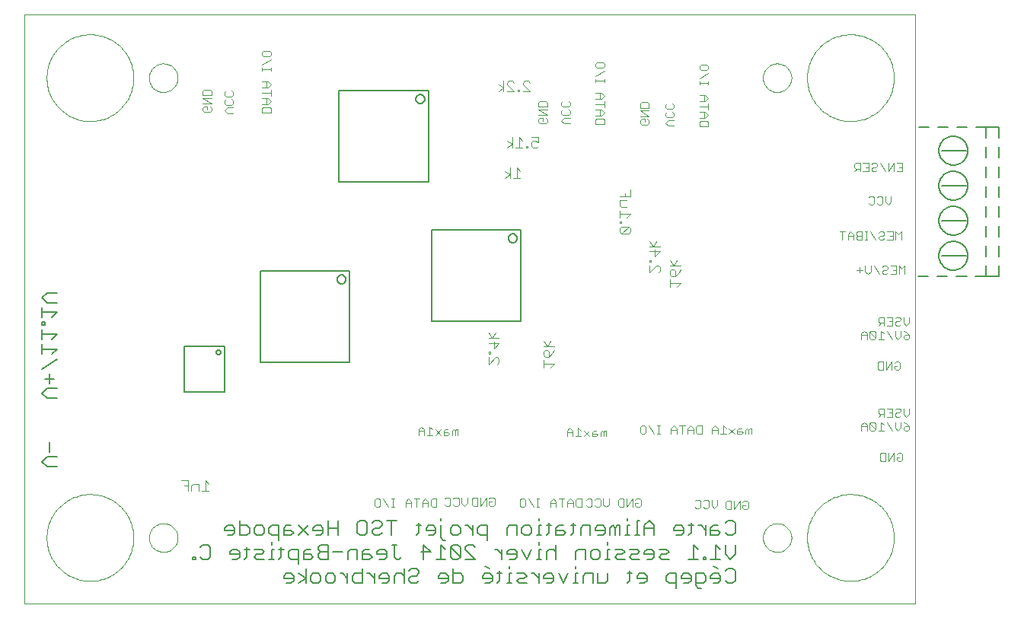
<source format=gbo>
G75*
%MOIN*%
%OFA0B0*%
%FSLAX24Y24*%
%IPPOS*%
%LPD*%
%AMOC8*
5,1,8,0,0,1.08239X$1,22.5*
%
%ADD10C,0.0000*%
%ADD11C,0.0060*%
%ADD12C,0.0030*%
%ADD13C,0.0050*%
%ADD14C,0.0040*%
D10*
X002180Y002680D02*
X002180Y028460D01*
X041180Y028460D01*
X041180Y002680D01*
X002180Y002680D01*
X003155Y005555D02*
X003157Y005642D01*
X003163Y005729D01*
X003173Y005816D01*
X003187Y005902D01*
X003205Y005987D01*
X003226Y006071D01*
X003252Y006155D01*
X003281Y006237D01*
X003315Y006317D01*
X003351Y006396D01*
X003392Y006473D01*
X003436Y006549D01*
X003483Y006622D01*
X003533Y006693D01*
X003587Y006761D01*
X003644Y006827D01*
X003704Y006891D01*
X003766Y006951D01*
X003832Y007009D01*
X003900Y007063D01*
X003970Y007115D01*
X004043Y007163D01*
X004118Y007208D01*
X004194Y007249D01*
X004273Y007287D01*
X004353Y007321D01*
X004435Y007351D01*
X004518Y007377D01*
X004602Y007400D01*
X004687Y007419D01*
X004773Y007434D01*
X004859Y007445D01*
X004946Y007452D01*
X005033Y007455D01*
X005120Y007454D01*
X005207Y007449D01*
X005294Y007440D01*
X005380Y007427D01*
X005466Y007410D01*
X005550Y007389D01*
X005634Y007365D01*
X005716Y007336D01*
X005797Y007304D01*
X005877Y007268D01*
X005954Y007229D01*
X006030Y007186D01*
X006104Y007139D01*
X006175Y007090D01*
X006244Y007037D01*
X006311Y006980D01*
X006375Y006921D01*
X006436Y006859D01*
X006495Y006795D01*
X006550Y006727D01*
X006602Y006658D01*
X006651Y006586D01*
X006697Y006511D01*
X006739Y006435D01*
X006777Y006357D01*
X006812Y006277D01*
X006844Y006196D01*
X006871Y006113D01*
X006895Y006029D01*
X006915Y005944D01*
X006931Y005859D01*
X006943Y005772D01*
X006951Y005686D01*
X006955Y005599D01*
X006955Y005511D01*
X006951Y005424D01*
X006943Y005338D01*
X006931Y005251D01*
X006915Y005166D01*
X006895Y005081D01*
X006871Y004997D01*
X006844Y004914D01*
X006812Y004833D01*
X006777Y004753D01*
X006739Y004675D01*
X006697Y004599D01*
X006651Y004524D01*
X006602Y004452D01*
X006550Y004383D01*
X006495Y004315D01*
X006436Y004251D01*
X006375Y004189D01*
X006311Y004130D01*
X006244Y004073D01*
X006175Y004020D01*
X006104Y003971D01*
X006030Y003924D01*
X005954Y003881D01*
X005877Y003842D01*
X005797Y003806D01*
X005716Y003774D01*
X005634Y003745D01*
X005550Y003721D01*
X005466Y003700D01*
X005380Y003683D01*
X005294Y003670D01*
X005207Y003661D01*
X005120Y003656D01*
X005033Y003655D01*
X004946Y003658D01*
X004859Y003665D01*
X004773Y003676D01*
X004687Y003691D01*
X004602Y003710D01*
X004518Y003733D01*
X004435Y003759D01*
X004353Y003789D01*
X004273Y003823D01*
X004194Y003861D01*
X004118Y003902D01*
X004043Y003947D01*
X003970Y003995D01*
X003900Y004047D01*
X003832Y004101D01*
X003766Y004159D01*
X003704Y004219D01*
X003644Y004283D01*
X003587Y004349D01*
X003533Y004417D01*
X003483Y004488D01*
X003436Y004561D01*
X003392Y004637D01*
X003351Y004714D01*
X003315Y004793D01*
X003281Y004873D01*
X003252Y004955D01*
X003226Y005039D01*
X003205Y005123D01*
X003187Y005208D01*
X003173Y005294D01*
X003163Y005381D01*
X003157Y005468D01*
X003155Y005555D01*
X007640Y005555D02*
X007642Y005605D01*
X007648Y005654D01*
X007658Y005703D01*
X007671Y005750D01*
X007689Y005797D01*
X007710Y005842D01*
X007734Y005885D01*
X007762Y005926D01*
X007793Y005965D01*
X007827Y006001D01*
X007864Y006035D01*
X007904Y006065D01*
X007945Y006092D01*
X007989Y006116D01*
X008034Y006136D01*
X008081Y006152D01*
X008129Y006165D01*
X008178Y006174D01*
X008228Y006179D01*
X008277Y006180D01*
X008327Y006177D01*
X008376Y006170D01*
X008425Y006159D01*
X008472Y006145D01*
X008518Y006126D01*
X008563Y006104D01*
X008606Y006079D01*
X008646Y006050D01*
X008684Y006018D01*
X008720Y005984D01*
X008753Y005946D01*
X008782Y005906D01*
X008808Y005864D01*
X008831Y005820D01*
X008850Y005774D01*
X008866Y005727D01*
X008878Y005678D01*
X008886Y005629D01*
X008890Y005580D01*
X008890Y005530D01*
X008886Y005481D01*
X008878Y005432D01*
X008866Y005383D01*
X008850Y005336D01*
X008831Y005290D01*
X008808Y005246D01*
X008782Y005204D01*
X008753Y005164D01*
X008720Y005126D01*
X008684Y005092D01*
X008646Y005060D01*
X008606Y005031D01*
X008563Y005006D01*
X008518Y004984D01*
X008472Y004965D01*
X008425Y004951D01*
X008376Y004940D01*
X008327Y004933D01*
X008277Y004930D01*
X008228Y004931D01*
X008178Y004936D01*
X008129Y004945D01*
X008081Y004958D01*
X008034Y004974D01*
X007989Y004994D01*
X007945Y005018D01*
X007904Y005045D01*
X007864Y005075D01*
X007827Y005109D01*
X007793Y005145D01*
X007762Y005184D01*
X007734Y005225D01*
X007710Y005268D01*
X007689Y005313D01*
X007671Y005360D01*
X007658Y005407D01*
X007648Y005456D01*
X007642Y005505D01*
X007640Y005555D01*
X034515Y005555D02*
X034517Y005605D01*
X034523Y005654D01*
X034533Y005703D01*
X034546Y005750D01*
X034564Y005797D01*
X034585Y005842D01*
X034609Y005885D01*
X034637Y005926D01*
X034668Y005965D01*
X034702Y006001D01*
X034739Y006035D01*
X034779Y006065D01*
X034820Y006092D01*
X034864Y006116D01*
X034909Y006136D01*
X034956Y006152D01*
X035004Y006165D01*
X035053Y006174D01*
X035103Y006179D01*
X035152Y006180D01*
X035202Y006177D01*
X035251Y006170D01*
X035300Y006159D01*
X035347Y006145D01*
X035393Y006126D01*
X035438Y006104D01*
X035481Y006079D01*
X035521Y006050D01*
X035559Y006018D01*
X035595Y005984D01*
X035628Y005946D01*
X035657Y005906D01*
X035683Y005864D01*
X035706Y005820D01*
X035725Y005774D01*
X035741Y005727D01*
X035753Y005678D01*
X035761Y005629D01*
X035765Y005580D01*
X035765Y005530D01*
X035761Y005481D01*
X035753Y005432D01*
X035741Y005383D01*
X035725Y005336D01*
X035706Y005290D01*
X035683Y005246D01*
X035657Y005204D01*
X035628Y005164D01*
X035595Y005126D01*
X035559Y005092D01*
X035521Y005060D01*
X035481Y005031D01*
X035438Y005006D01*
X035393Y004984D01*
X035347Y004965D01*
X035300Y004951D01*
X035251Y004940D01*
X035202Y004933D01*
X035152Y004930D01*
X035103Y004931D01*
X035053Y004936D01*
X035004Y004945D01*
X034956Y004958D01*
X034909Y004974D01*
X034864Y004994D01*
X034820Y005018D01*
X034779Y005045D01*
X034739Y005075D01*
X034702Y005109D01*
X034668Y005145D01*
X034637Y005184D01*
X034609Y005225D01*
X034585Y005268D01*
X034564Y005313D01*
X034546Y005360D01*
X034533Y005407D01*
X034523Y005456D01*
X034517Y005505D01*
X034515Y005555D01*
X036450Y005555D02*
X036452Y005642D01*
X036458Y005729D01*
X036468Y005816D01*
X036482Y005902D01*
X036500Y005987D01*
X036521Y006071D01*
X036547Y006155D01*
X036576Y006237D01*
X036610Y006317D01*
X036646Y006396D01*
X036687Y006473D01*
X036731Y006549D01*
X036778Y006622D01*
X036828Y006693D01*
X036882Y006761D01*
X036939Y006827D01*
X036999Y006891D01*
X037061Y006951D01*
X037127Y007009D01*
X037195Y007063D01*
X037265Y007115D01*
X037338Y007163D01*
X037413Y007208D01*
X037489Y007249D01*
X037568Y007287D01*
X037648Y007321D01*
X037730Y007351D01*
X037813Y007377D01*
X037897Y007400D01*
X037982Y007419D01*
X038068Y007434D01*
X038154Y007445D01*
X038241Y007452D01*
X038328Y007455D01*
X038415Y007454D01*
X038502Y007449D01*
X038589Y007440D01*
X038675Y007427D01*
X038761Y007410D01*
X038845Y007389D01*
X038929Y007365D01*
X039011Y007336D01*
X039092Y007304D01*
X039172Y007268D01*
X039249Y007229D01*
X039325Y007186D01*
X039399Y007139D01*
X039470Y007090D01*
X039539Y007037D01*
X039606Y006980D01*
X039670Y006921D01*
X039731Y006859D01*
X039790Y006795D01*
X039845Y006727D01*
X039897Y006658D01*
X039946Y006586D01*
X039992Y006511D01*
X040034Y006435D01*
X040072Y006357D01*
X040107Y006277D01*
X040139Y006196D01*
X040166Y006113D01*
X040190Y006029D01*
X040210Y005944D01*
X040226Y005859D01*
X040238Y005772D01*
X040246Y005686D01*
X040250Y005599D01*
X040250Y005511D01*
X040246Y005424D01*
X040238Y005338D01*
X040226Y005251D01*
X040210Y005166D01*
X040190Y005081D01*
X040166Y004997D01*
X040139Y004914D01*
X040107Y004833D01*
X040072Y004753D01*
X040034Y004675D01*
X039992Y004599D01*
X039946Y004524D01*
X039897Y004452D01*
X039845Y004383D01*
X039790Y004315D01*
X039731Y004251D01*
X039670Y004189D01*
X039606Y004130D01*
X039539Y004073D01*
X039470Y004020D01*
X039399Y003971D01*
X039325Y003924D01*
X039249Y003881D01*
X039172Y003842D01*
X039092Y003806D01*
X039011Y003774D01*
X038929Y003745D01*
X038845Y003721D01*
X038761Y003700D01*
X038675Y003683D01*
X038589Y003670D01*
X038502Y003661D01*
X038415Y003656D01*
X038328Y003655D01*
X038241Y003658D01*
X038154Y003665D01*
X038068Y003676D01*
X037982Y003691D01*
X037897Y003710D01*
X037813Y003733D01*
X037730Y003759D01*
X037648Y003789D01*
X037568Y003823D01*
X037489Y003861D01*
X037413Y003902D01*
X037338Y003947D01*
X037265Y003995D01*
X037195Y004047D01*
X037127Y004101D01*
X037061Y004159D01*
X036999Y004219D01*
X036939Y004283D01*
X036882Y004349D01*
X036828Y004417D01*
X036778Y004488D01*
X036731Y004561D01*
X036687Y004637D01*
X036646Y004714D01*
X036610Y004793D01*
X036576Y004873D01*
X036547Y004955D01*
X036521Y005039D01*
X036500Y005123D01*
X036482Y005208D01*
X036468Y005294D01*
X036458Y005381D01*
X036452Y005468D01*
X036450Y005555D01*
X034515Y025695D02*
X034517Y025745D01*
X034523Y025794D01*
X034533Y025843D01*
X034546Y025890D01*
X034564Y025937D01*
X034585Y025982D01*
X034609Y026025D01*
X034637Y026066D01*
X034668Y026105D01*
X034702Y026141D01*
X034739Y026175D01*
X034779Y026205D01*
X034820Y026232D01*
X034864Y026256D01*
X034909Y026276D01*
X034956Y026292D01*
X035004Y026305D01*
X035053Y026314D01*
X035103Y026319D01*
X035152Y026320D01*
X035202Y026317D01*
X035251Y026310D01*
X035300Y026299D01*
X035347Y026285D01*
X035393Y026266D01*
X035438Y026244D01*
X035481Y026219D01*
X035521Y026190D01*
X035559Y026158D01*
X035595Y026124D01*
X035628Y026086D01*
X035657Y026046D01*
X035683Y026004D01*
X035706Y025960D01*
X035725Y025914D01*
X035741Y025867D01*
X035753Y025818D01*
X035761Y025769D01*
X035765Y025720D01*
X035765Y025670D01*
X035761Y025621D01*
X035753Y025572D01*
X035741Y025523D01*
X035725Y025476D01*
X035706Y025430D01*
X035683Y025386D01*
X035657Y025344D01*
X035628Y025304D01*
X035595Y025266D01*
X035559Y025232D01*
X035521Y025200D01*
X035481Y025171D01*
X035438Y025146D01*
X035393Y025124D01*
X035347Y025105D01*
X035300Y025091D01*
X035251Y025080D01*
X035202Y025073D01*
X035152Y025070D01*
X035103Y025071D01*
X035053Y025076D01*
X035004Y025085D01*
X034956Y025098D01*
X034909Y025114D01*
X034864Y025134D01*
X034820Y025158D01*
X034779Y025185D01*
X034739Y025215D01*
X034702Y025249D01*
X034668Y025285D01*
X034637Y025324D01*
X034609Y025365D01*
X034585Y025408D01*
X034564Y025453D01*
X034546Y025500D01*
X034533Y025547D01*
X034523Y025596D01*
X034517Y025645D01*
X034515Y025695D01*
X036450Y025695D02*
X036452Y025782D01*
X036458Y025869D01*
X036468Y025956D01*
X036482Y026042D01*
X036500Y026127D01*
X036521Y026211D01*
X036547Y026295D01*
X036576Y026377D01*
X036610Y026457D01*
X036646Y026536D01*
X036687Y026613D01*
X036731Y026689D01*
X036778Y026762D01*
X036828Y026833D01*
X036882Y026901D01*
X036939Y026967D01*
X036999Y027031D01*
X037061Y027091D01*
X037127Y027149D01*
X037195Y027203D01*
X037265Y027255D01*
X037338Y027303D01*
X037413Y027348D01*
X037489Y027389D01*
X037568Y027427D01*
X037648Y027461D01*
X037730Y027491D01*
X037813Y027517D01*
X037897Y027540D01*
X037982Y027559D01*
X038068Y027574D01*
X038154Y027585D01*
X038241Y027592D01*
X038328Y027595D01*
X038415Y027594D01*
X038502Y027589D01*
X038589Y027580D01*
X038675Y027567D01*
X038761Y027550D01*
X038845Y027529D01*
X038929Y027505D01*
X039011Y027476D01*
X039092Y027444D01*
X039172Y027408D01*
X039249Y027369D01*
X039325Y027326D01*
X039399Y027279D01*
X039470Y027230D01*
X039539Y027177D01*
X039606Y027120D01*
X039670Y027061D01*
X039731Y026999D01*
X039790Y026935D01*
X039845Y026867D01*
X039897Y026798D01*
X039946Y026726D01*
X039992Y026651D01*
X040034Y026575D01*
X040072Y026497D01*
X040107Y026417D01*
X040139Y026336D01*
X040166Y026253D01*
X040190Y026169D01*
X040210Y026084D01*
X040226Y025999D01*
X040238Y025912D01*
X040246Y025826D01*
X040250Y025739D01*
X040250Y025651D01*
X040246Y025564D01*
X040238Y025478D01*
X040226Y025391D01*
X040210Y025306D01*
X040190Y025221D01*
X040166Y025137D01*
X040139Y025054D01*
X040107Y024973D01*
X040072Y024893D01*
X040034Y024815D01*
X039992Y024739D01*
X039946Y024664D01*
X039897Y024592D01*
X039845Y024523D01*
X039790Y024455D01*
X039731Y024391D01*
X039670Y024329D01*
X039606Y024270D01*
X039539Y024213D01*
X039470Y024160D01*
X039399Y024111D01*
X039325Y024064D01*
X039249Y024021D01*
X039172Y023982D01*
X039092Y023946D01*
X039011Y023914D01*
X038929Y023885D01*
X038845Y023861D01*
X038761Y023840D01*
X038675Y023823D01*
X038589Y023810D01*
X038502Y023801D01*
X038415Y023796D01*
X038328Y023795D01*
X038241Y023798D01*
X038154Y023805D01*
X038068Y023816D01*
X037982Y023831D01*
X037897Y023850D01*
X037813Y023873D01*
X037730Y023899D01*
X037648Y023929D01*
X037568Y023963D01*
X037489Y024001D01*
X037413Y024042D01*
X037338Y024087D01*
X037265Y024135D01*
X037195Y024187D01*
X037127Y024241D01*
X037061Y024299D01*
X036999Y024359D01*
X036939Y024423D01*
X036882Y024489D01*
X036828Y024557D01*
X036778Y024628D01*
X036731Y024701D01*
X036687Y024777D01*
X036646Y024854D01*
X036610Y024933D01*
X036576Y025013D01*
X036547Y025095D01*
X036521Y025179D01*
X036500Y025263D01*
X036482Y025348D01*
X036468Y025434D01*
X036458Y025521D01*
X036452Y025608D01*
X036450Y025695D01*
X007640Y025695D02*
X007642Y025745D01*
X007648Y025794D01*
X007658Y025843D01*
X007671Y025890D01*
X007689Y025937D01*
X007710Y025982D01*
X007734Y026025D01*
X007762Y026066D01*
X007793Y026105D01*
X007827Y026141D01*
X007864Y026175D01*
X007904Y026205D01*
X007945Y026232D01*
X007989Y026256D01*
X008034Y026276D01*
X008081Y026292D01*
X008129Y026305D01*
X008178Y026314D01*
X008228Y026319D01*
X008277Y026320D01*
X008327Y026317D01*
X008376Y026310D01*
X008425Y026299D01*
X008472Y026285D01*
X008518Y026266D01*
X008563Y026244D01*
X008606Y026219D01*
X008646Y026190D01*
X008684Y026158D01*
X008720Y026124D01*
X008753Y026086D01*
X008782Y026046D01*
X008808Y026004D01*
X008831Y025960D01*
X008850Y025914D01*
X008866Y025867D01*
X008878Y025818D01*
X008886Y025769D01*
X008890Y025720D01*
X008890Y025670D01*
X008886Y025621D01*
X008878Y025572D01*
X008866Y025523D01*
X008850Y025476D01*
X008831Y025430D01*
X008808Y025386D01*
X008782Y025344D01*
X008753Y025304D01*
X008720Y025266D01*
X008684Y025232D01*
X008646Y025200D01*
X008606Y025171D01*
X008563Y025146D01*
X008518Y025124D01*
X008472Y025105D01*
X008425Y025091D01*
X008376Y025080D01*
X008327Y025073D01*
X008277Y025070D01*
X008228Y025071D01*
X008178Y025076D01*
X008129Y025085D01*
X008081Y025098D01*
X008034Y025114D01*
X007989Y025134D01*
X007945Y025158D01*
X007904Y025185D01*
X007864Y025215D01*
X007827Y025249D01*
X007793Y025285D01*
X007762Y025324D01*
X007734Y025365D01*
X007710Y025408D01*
X007689Y025453D01*
X007671Y025500D01*
X007658Y025547D01*
X007648Y025596D01*
X007642Y025645D01*
X007640Y025695D01*
X003155Y025695D02*
X003157Y025782D01*
X003163Y025869D01*
X003173Y025956D01*
X003187Y026042D01*
X003205Y026127D01*
X003226Y026211D01*
X003252Y026295D01*
X003281Y026377D01*
X003315Y026457D01*
X003351Y026536D01*
X003392Y026613D01*
X003436Y026689D01*
X003483Y026762D01*
X003533Y026833D01*
X003587Y026901D01*
X003644Y026967D01*
X003704Y027031D01*
X003766Y027091D01*
X003832Y027149D01*
X003900Y027203D01*
X003970Y027255D01*
X004043Y027303D01*
X004118Y027348D01*
X004194Y027389D01*
X004273Y027427D01*
X004353Y027461D01*
X004435Y027491D01*
X004518Y027517D01*
X004602Y027540D01*
X004687Y027559D01*
X004773Y027574D01*
X004859Y027585D01*
X004946Y027592D01*
X005033Y027595D01*
X005120Y027594D01*
X005207Y027589D01*
X005294Y027580D01*
X005380Y027567D01*
X005466Y027550D01*
X005550Y027529D01*
X005634Y027505D01*
X005716Y027476D01*
X005797Y027444D01*
X005877Y027408D01*
X005954Y027369D01*
X006030Y027326D01*
X006104Y027279D01*
X006175Y027230D01*
X006244Y027177D01*
X006311Y027120D01*
X006375Y027061D01*
X006436Y026999D01*
X006495Y026935D01*
X006550Y026867D01*
X006602Y026798D01*
X006651Y026726D01*
X006697Y026651D01*
X006739Y026575D01*
X006777Y026497D01*
X006812Y026417D01*
X006844Y026336D01*
X006871Y026253D01*
X006895Y026169D01*
X006915Y026084D01*
X006931Y025999D01*
X006943Y025912D01*
X006951Y025826D01*
X006955Y025739D01*
X006955Y025651D01*
X006951Y025564D01*
X006943Y025478D01*
X006931Y025391D01*
X006915Y025306D01*
X006895Y025221D01*
X006871Y025137D01*
X006844Y025054D01*
X006812Y024973D01*
X006777Y024893D01*
X006739Y024815D01*
X006697Y024739D01*
X006651Y024664D01*
X006602Y024592D01*
X006550Y024523D01*
X006495Y024455D01*
X006436Y024391D01*
X006375Y024329D01*
X006311Y024270D01*
X006244Y024213D01*
X006175Y024160D01*
X006104Y024111D01*
X006030Y024064D01*
X005954Y024021D01*
X005877Y023982D01*
X005797Y023946D01*
X005716Y023914D01*
X005634Y023885D01*
X005550Y023861D01*
X005466Y023840D01*
X005380Y023823D01*
X005294Y023810D01*
X005207Y023801D01*
X005120Y023796D01*
X005033Y023795D01*
X004946Y023798D01*
X004859Y023805D01*
X004773Y023816D01*
X004687Y023831D01*
X004602Y023850D01*
X004518Y023873D01*
X004435Y023899D01*
X004353Y023929D01*
X004273Y023963D01*
X004194Y024001D01*
X004118Y024042D01*
X004043Y024087D01*
X003970Y024135D01*
X003900Y024187D01*
X003832Y024241D01*
X003766Y024299D01*
X003704Y024359D01*
X003644Y024423D01*
X003587Y024489D01*
X003533Y024557D01*
X003483Y024628D01*
X003436Y024701D01*
X003392Y024777D01*
X003351Y024854D01*
X003315Y024933D01*
X003281Y025013D01*
X003252Y025095D01*
X003226Y025179D01*
X003205Y025263D01*
X003187Y025348D01*
X003173Y025434D01*
X003163Y025521D01*
X003157Y025608D01*
X003155Y025695D01*
D11*
X003174Y016277D02*
X002960Y016063D01*
X003174Y015850D01*
X003601Y015850D01*
X003601Y016277D02*
X003174Y016277D01*
X002960Y015632D02*
X002960Y015205D01*
X002960Y015419D02*
X003601Y015419D01*
X003387Y015205D01*
X003067Y014990D02*
X002960Y014990D01*
X002960Y014883D01*
X003067Y014883D01*
X003067Y014990D01*
X002960Y014665D02*
X002960Y014238D01*
X002960Y014452D02*
X003601Y014452D01*
X003387Y014238D01*
X002960Y014021D02*
X002960Y013594D01*
X002960Y013807D02*
X003601Y013807D01*
X003387Y013594D01*
X003601Y013376D02*
X002960Y012949D01*
X003280Y012732D02*
X003280Y012305D01*
X003174Y012087D02*
X003601Y012087D01*
X003601Y011660D02*
X003174Y011660D01*
X002960Y011874D01*
X003174Y012087D01*
X003067Y012518D02*
X003494Y012518D01*
X003280Y009732D02*
X003280Y009305D01*
X003174Y009087D02*
X002960Y008874D01*
X003174Y008660D01*
X003601Y008660D01*
X003601Y009087D02*
X003174Y009087D01*
X009560Y004717D02*
X009560Y004610D01*
X009667Y004610D01*
X009667Y004717D01*
X009560Y004717D01*
X009884Y004717D02*
X009991Y004610D01*
X010204Y004610D01*
X010311Y004717D01*
X010311Y005144D01*
X010204Y005251D01*
X009991Y005251D01*
X009884Y005144D01*
X011065Y005660D02*
X011279Y005660D01*
X011385Y005767D01*
X011385Y005980D01*
X011279Y006087D01*
X011065Y006087D01*
X010958Y005980D01*
X010958Y005874D01*
X011385Y005874D01*
X011603Y006087D02*
X011923Y006087D01*
X012030Y005980D01*
X012030Y005767D01*
X011923Y005660D01*
X011603Y005660D01*
X011603Y006301D01*
X012247Y005980D02*
X012247Y005767D01*
X012354Y005660D01*
X012568Y005660D01*
X012674Y005767D01*
X012674Y005980D01*
X012568Y006087D01*
X012354Y006087D01*
X012247Y005980D01*
X012892Y005980D02*
X012892Y005767D01*
X012999Y005660D01*
X013319Y005660D01*
X013319Y005446D02*
X013319Y006087D01*
X012999Y006087D01*
X012892Y005980D01*
X012997Y005357D02*
X012997Y005251D01*
X012997Y005037D02*
X012997Y004610D01*
X012891Y004610D02*
X013104Y004610D01*
X013320Y004610D02*
X013427Y004717D01*
X013427Y005144D01*
X013534Y005037D02*
X013320Y005037D01*
X013104Y005037D02*
X012997Y005037D01*
X012674Y004930D02*
X012568Y004824D01*
X012354Y004824D01*
X012247Y004717D01*
X012354Y004610D01*
X012674Y004610D01*
X012674Y004930D02*
X012568Y005037D01*
X012247Y005037D01*
X012030Y005037D02*
X011816Y005037D01*
X011923Y005144D02*
X011923Y004717D01*
X011816Y004610D01*
X011600Y004717D02*
X011600Y004930D01*
X011493Y005037D01*
X011280Y005037D01*
X011173Y004930D01*
X011173Y004824D01*
X011600Y004824D01*
X011600Y004717D02*
X011493Y004610D01*
X011280Y004610D01*
X013536Y003880D02*
X013536Y003774D01*
X013964Y003774D01*
X013964Y003880D02*
X013857Y003987D01*
X013643Y003987D01*
X013536Y003880D01*
X013643Y003560D02*
X013857Y003560D01*
X013964Y003667D01*
X013964Y003880D01*
X014180Y003987D02*
X014501Y003774D01*
X014180Y003560D01*
X014501Y003560D02*
X014501Y004201D01*
X014178Y004396D02*
X014178Y005037D01*
X013858Y005037D01*
X013751Y004930D01*
X013751Y004717D01*
X013858Y004610D01*
X014178Y004610D01*
X014396Y004610D02*
X014396Y004930D01*
X014503Y005037D01*
X014716Y005037D01*
X014716Y004824D02*
X014396Y004824D01*
X014396Y004610D02*
X014716Y004610D01*
X014823Y004717D01*
X014716Y004824D01*
X015040Y004824D02*
X015040Y004717D01*
X015147Y004610D01*
X015467Y004610D01*
X015467Y005251D01*
X015147Y005251D01*
X015040Y005144D01*
X015040Y005037D01*
X015147Y004930D01*
X015467Y004930D01*
X015685Y004930D02*
X016112Y004930D01*
X016330Y004930D02*
X016330Y004610D01*
X016330Y004930D02*
X016436Y005037D01*
X016757Y005037D01*
X016757Y004610D01*
X016974Y004610D02*
X017294Y004610D01*
X017401Y004717D01*
X017294Y004824D01*
X016974Y004824D01*
X016974Y004930D02*
X016974Y004610D01*
X016974Y004930D02*
X017081Y005037D01*
X017294Y005037D01*
X017619Y004930D02*
X017619Y004824D01*
X018046Y004824D01*
X018046Y004930D02*
X017939Y005037D01*
X017725Y005037D01*
X017619Y004930D01*
X017725Y004610D02*
X017939Y004610D01*
X018046Y004717D01*
X018046Y004930D01*
X018263Y005251D02*
X018477Y005251D01*
X018370Y005251D02*
X018370Y004717D01*
X018477Y004610D01*
X018583Y004610D01*
X018690Y004717D01*
X018798Y004201D02*
X018798Y003560D01*
X019015Y003667D02*
X019015Y003774D01*
X019122Y003880D01*
X019335Y003880D01*
X019442Y003987D01*
X019442Y004094D01*
X019335Y004201D01*
X019122Y004201D01*
X019015Y004094D01*
X018798Y003880D02*
X018691Y003987D01*
X018477Y003987D01*
X018371Y003880D01*
X018371Y003560D01*
X018153Y003667D02*
X018153Y003880D01*
X018046Y003987D01*
X017833Y003987D01*
X017726Y003880D01*
X017726Y003774D01*
X018153Y003774D01*
X018153Y003667D02*
X018046Y003560D01*
X017833Y003560D01*
X017509Y003560D02*
X017509Y003987D01*
X017509Y003774D02*
X017295Y003987D01*
X017188Y003987D01*
X016971Y003987D02*
X016651Y003987D01*
X016544Y003880D01*
X016544Y003667D01*
X016651Y003560D01*
X016971Y003560D01*
X016971Y004201D01*
X016327Y003987D02*
X016327Y003560D01*
X016327Y003774D02*
X016113Y003987D01*
X016007Y003987D01*
X015790Y003880D02*
X015790Y003667D01*
X015683Y003560D01*
X015469Y003560D01*
X015363Y003667D01*
X015363Y003880D01*
X015469Y003987D01*
X015683Y003987D01*
X015790Y003880D01*
X015145Y003880D02*
X015145Y003667D01*
X015038Y003560D01*
X014825Y003560D01*
X014718Y003667D01*
X014718Y003880D01*
X014825Y003987D01*
X015038Y003987D01*
X015145Y003880D01*
X015040Y004824D02*
X015147Y004930D01*
X015146Y005660D02*
X015253Y005767D01*
X015253Y005980D01*
X015146Y006087D01*
X014932Y006087D01*
X014826Y005980D01*
X014826Y005874D01*
X015253Y005874D01*
X015146Y005660D02*
X014932Y005660D01*
X014608Y005660D02*
X014181Y006087D01*
X013857Y006087D02*
X013643Y006087D01*
X013536Y005980D01*
X013536Y005660D01*
X013857Y005660D01*
X013964Y005767D01*
X013857Y005874D01*
X013536Y005874D01*
X014181Y005660D02*
X014608Y006087D01*
X015470Y005980D02*
X015897Y005980D01*
X015897Y005660D02*
X015897Y006301D01*
X015470Y006301D02*
X015470Y005660D01*
X016759Y005767D02*
X016759Y006194D01*
X016866Y006301D01*
X017080Y006301D01*
X017186Y006194D01*
X017186Y005767D01*
X017080Y005660D01*
X016866Y005660D01*
X016759Y005767D01*
X017404Y005767D02*
X017511Y005660D01*
X017724Y005660D01*
X017831Y005767D01*
X017724Y005980D02*
X017511Y005980D01*
X017404Y005874D01*
X017404Y005767D01*
X017724Y005980D02*
X017831Y006087D01*
X017831Y006194D01*
X017724Y006301D01*
X017511Y006301D01*
X017404Y006194D01*
X018048Y006301D02*
X018475Y006301D01*
X018262Y006301D02*
X018262Y005660D01*
X019336Y005660D02*
X019443Y005767D01*
X019443Y006194D01*
X019550Y006087D02*
X019336Y006087D01*
X019767Y005980D02*
X019767Y005874D01*
X020194Y005874D01*
X020194Y005980D02*
X020194Y005767D01*
X020087Y005660D01*
X019874Y005660D01*
X019767Y005980D02*
X019874Y006087D01*
X020087Y006087D01*
X020194Y005980D01*
X020410Y006087D02*
X020410Y005553D01*
X020517Y005446D01*
X020624Y005446D01*
X020410Y005251D02*
X020410Y004610D01*
X020197Y004610D02*
X020624Y004610D01*
X020841Y004717D02*
X020948Y004610D01*
X021162Y004610D01*
X021268Y004717D01*
X020841Y005144D01*
X020841Y004717D01*
X020624Y005037D02*
X020410Y005251D01*
X020841Y005144D02*
X020948Y005251D01*
X021162Y005251D01*
X021268Y005144D01*
X021268Y004717D01*
X021486Y004610D02*
X021913Y004610D01*
X021486Y005037D01*
X021486Y005144D01*
X021593Y005251D01*
X021806Y005251D01*
X021913Y005144D01*
X022450Y005446D02*
X022450Y006087D01*
X022130Y006087D01*
X022023Y005980D01*
X022023Y005767D01*
X022130Y005660D01*
X022450Y005660D01*
X021806Y005660D02*
X021806Y006087D01*
X021806Y005874D02*
X021592Y006087D01*
X021485Y006087D01*
X021268Y005980D02*
X021268Y005767D01*
X021162Y005660D01*
X020948Y005660D01*
X020841Y005767D01*
X020841Y005980D01*
X020948Y006087D01*
X021162Y006087D01*
X021268Y005980D01*
X020410Y006301D02*
X020410Y006407D01*
X019659Y005251D02*
X019979Y004930D01*
X019552Y004930D01*
X019659Y004610D02*
X019659Y005251D01*
X020949Y004201D02*
X020949Y003560D01*
X021269Y003560D01*
X021376Y003667D01*
X021376Y003880D01*
X021269Y003987D01*
X020949Y003987D01*
X020731Y003880D02*
X020625Y003987D01*
X020411Y003987D01*
X020304Y003880D01*
X020304Y003774D01*
X020731Y003774D01*
X020731Y003880D02*
X020731Y003667D01*
X020625Y003560D01*
X020411Y003560D01*
X019442Y003667D02*
X019335Y003560D01*
X019122Y003560D01*
X019015Y003667D01*
X022238Y003774D02*
X022665Y003774D01*
X022665Y003880D02*
X022558Y003987D01*
X022345Y003987D01*
X022238Y003880D01*
X022238Y003774D01*
X022345Y003560D02*
X022558Y003560D01*
X022665Y003667D01*
X022665Y003880D01*
X022881Y003987D02*
X023095Y003987D01*
X022988Y004094D02*
X022988Y003667D01*
X022881Y003560D01*
X023311Y003560D02*
X023524Y003560D01*
X023418Y003560D02*
X023418Y003987D01*
X023524Y003987D01*
X023742Y003987D02*
X024062Y003987D01*
X024169Y003880D01*
X024062Y003774D01*
X023849Y003774D01*
X023742Y003667D01*
X023849Y003560D01*
X024169Y003560D01*
X024386Y003987D02*
X024492Y003987D01*
X024706Y003774D01*
X024706Y003987D02*
X024706Y003560D01*
X024924Y003774D02*
X025351Y003774D01*
X025351Y003880D02*
X025244Y003987D01*
X025030Y003987D01*
X024924Y003880D01*
X024924Y003774D01*
X025030Y003560D02*
X025244Y003560D01*
X025351Y003667D01*
X025351Y003880D01*
X025568Y003987D02*
X025782Y003560D01*
X025995Y003987D01*
X026318Y003987D02*
X026318Y003560D01*
X026425Y003560D02*
X026211Y003560D01*
X026642Y003560D02*
X026642Y003880D01*
X026749Y003987D01*
X027069Y003987D01*
X027069Y003560D01*
X027287Y003560D02*
X027287Y003987D01*
X027714Y003987D02*
X027714Y003667D01*
X027607Y003560D01*
X027287Y003560D01*
X026425Y003987D02*
X026318Y003987D01*
X026318Y004201D02*
X026318Y004307D01*
X026320Y004610D02*
X026320Y004930D01*
X026427Y005037D01*
X026747Y005037D01*
X026747Y004610D01*
X026965Y004717D02*
X026965Y004930D01*
X027071Y005037D01*
X027285Y005037D01*
X027392Y004930D01*
X027392Y004717D01*
X027285Y004610D01*
X027071Y004610D01*
X026965Y004717D01*
X027608Y004610D02*
X027821Y004610D01*
X027715Y004610D02*
X027715Y005037D01*
X027821Y005037D01*
X028039Y005037D02*
X028359Y005037D01*
X028466Y004930D01*
X028359Y004824D01*
X028146Y004824D01*
X028039Y004717D01*
X028146Y004610D01*
X028466Y004610D01*
X028683Y004717D02*
X028790Y004824D01*
X029004Y004824D01*
X029110Y004930D01*
X029004Y005037D01*
X028683Y005037D01*
X028683Y004717D02*
X028790Y004610D01*
X029110Y004610D01*
X029328Y004824D02*
X029755Y004824D01*
X029755Y004930D02*
X029648Y005037D01*
X029435Y005037D01*
X029328Y004930D01*
X029328Y004824D01*
X029435Y004610D02*
X029648Y004610D01*
X029755Y004717D01*
X029755Y004930D01*
X029972Y005037D02*
X030293Y005037D01*
X030400Y004930D01*
X030293Y004824D01*
X030079Y004824D01*
X029972Y004717D01*
X030079Y004610D01*
X030400Y004610D01*
X030402Y003987D02*
X030295Y003880D01*
X030295Y003667D01*
X030402Y003560D01*
X030722Y003560D01*
X030722Y003346D02*
X030722Y003987D01*
X030402Y003987D01*
X030939Y003880D02*
X030939Y003774D01*
X031366Y003774D01*
X031366Y003880D02*
X031260Y003987D01*
X031046Y003987D01*
X030939Y003880D01*
X031046Y003560D02*
X031260Y003560D01*
X031366Y003667D01*
X031366Y003880D01*
X031584Y003987D02*
X031584Y003453D01*
X031691Y003346D01*
X031797Y003346D01*
X031904Y003560D02*
X031584Y003560D01*
X031904Y003560D02*
X032011Y003667D01*
X032011Y003880D01*
X031904Y003987D01*
X031584Y003987D01*
X032228Y003880D02*
X032228Y003774D01*
X032655Y003774D01*
X032655Y003880D02*
X032549Y003987D01*
X032335Y003987D01*
X032228Y003880D01*
X032335Y003560D02*
X032549Y003560D01*
X032655Y003667D01*
X032655Y003880D01*
X032873Y003667D02*
X032980Y003560D01*
X033193Y003560D01*
X033300Y003667D01*
X033300Y004094D01*
X033193Y004201D01*
X032980Y004201D01*
X032873Y004094D01*
X032549Y004201D02*
X032335Y004307D01*
X032228Y004610D02*
X032655Y004610D01*
X032442Y004610D02*
X032442Y005251D01*
X032655Y005037D01*
X032873Y004824D02*
X032873Y005251D01*
X033300Y005251D02*
X033300Y004824D01*
X033086Y004610D01*
X032873Y004824D01*
X032011Y004717D02*
X032011Y004610D01*
X031904Y004610D01*
X031904Y004717D01*
X032011Y004717D01*
X031689Y004610D02*
X031262Y004610D01*
X031475Y004610D02*
X031475Y005251D01*
X031689Y005037D01*
X032011Y005660D02*
X032011Y006087D01*
X032011Y005874D02*
X031797Y006087D01*
X031691Y006087D01*
X031474Y006087D02*
X031260Y006087D01*
X031367Y006194D02*
X031367Y005767D01*
X031260Y005660D01*
X031044Y005767D02*
X031044Y005980D01*
X030937Y006087D01*
X030724Y006087D01*
X030617Y005980D01*
X030617Y005874D01*
X031044Y005874D01*
X031044Y005767D02*
X030937Y005660D01*
X030724Y005660D01*
X029755Y005660D02*
X029755Y006087D01*
X029541Y006301D01*
X029328Y006087D01*
X029328Y005660D01*
X029110Y005660D02*
X028897Y005660D01*
X029004Y005660D02*
X029004Y006301D01*
X029110Y006301D01*
X029328Y005980D02*
X029755Y005980D01*
X028681Y006087D02*
X028574Y006087D01*
X028574Y005660D01*
X028681Y005660D02*
X028467Y005660D01*
X028251Y005660D02*
X028251Y006087D01*
X028144Y006087D01*
X028038Y005980D01*
X027931Y006087D01*
X027824Y005980D01*
X027824Y005660D01*
X028038Y005660D02*
X028038Y005980D01*
X027606Y005980D02*
X027606Y005767D01*
X027500Y005660D01*
X027286Y005660D01*
X027179Y005874D02*
X027606Y005874D01*
X027606Y005980D02*
X027500Y006087D01*
X027286Y006087D01*
X027179Y005980D01*
X027179Y005874D01*
X026962Y006087D02*
X026642Y006087D01*
X026535Y005980D01*
X026535Y005660D01*
X026211Y005767D02*
X026104Y005660D01*
X026211Y005767D02*
X026211Y006194D01*
X026317Y006087D02*
X026104Y006087D01*
X025781Y006087D02*
X025567Y006087D01*
X025461Y005980D01*
X025461Y005660D01*
X025781Y005660D01*
X025888Y005767D01*
X025781Y005874D01*
X025461Y005874D01*
X025243Y006087D02*
X025030Y006087D01*
X025136Y006194D02*
X025136Y005767D01*
X025030Y005660D01*
X024813Y005660D02*
X024600Y005660D01*
X024707Y005660D02*
X024707Y006087D01*
X024813Y006087D01*
X024707Y006301D02*
X024707Y006407D01*
X024384Y005980D02*
X024277Y006087D01*
X024063Y006087D01*
X023957Y005980D01*
X023957Y005767D01*
X024063Y005660D01*
X024277Y005660D01*
X024384Y005767D01*
X024384Y005980D01*
X023739Y006087D02*
X023739Y005660D01*
X023312Y005660D02*
X023312Y005980D01*
X023419Y006087D01*
X023739Y006087D01*
X024707Y005357D02*
X024707Y005251D01*
X024707Y005037D02*
X024707Y004610D01*
X024813Y004610D02*
X024600Y004610D01*
X024170Y004610D02*
X023957Y005037D01*
X023739Y004930D02*
X023632Y005037D01*
X023419Y005037D01*
X023312Y004930D01*
X023312Y004824D01*
X023739Y004824D01*
X023739Y004930D02*
X023739Y004717D01*
X023632Y004610D01*
X023419Y004610D01*
X023418Y004307D02*
X023418Y004201D01*
X023095Y004610D02*
X023095Y005037D01*
X023095Y004824D02*
X022881Y005037D01*
X022774Y005037D01*
X022345Y004307D02*
X022558Y004201D01*
X024170Y004610D02*
X024384Y005037D01*
X024707Y005037D02*
X024813Y005037D01*
X025031Y004930D02*
X025138Y005037D01*
X025351Y005037D01*
X025458Y004930D01*
X025458Y004610D02*
X025458Y005251D01*
X025031Y004930D02*
X025031Y004610D01*
X026962Y005660D02*
X026962Y006087D01*
X027715Y005357D02*
X027715Y005251D01*
X028681Y004094D02*
X028681Y003667D01*
X028575Y003560D01*
X028575Y003987D02*
X028788Y003987D01*
X029006Y003880D02*
X029006Y003774D01*
X029433Y003774D01*
X029433Y003880D02*
X029326Y003987D01*
X029112Y003987D01*
X029006Y003880D01*
X029112Y003560D02*
X029326Y003560D01*
X029433Y003667D01*
X029433Y003880D01*
X032228Y005660D02*
X032549Y005660D01*
X032655Y005767D01*
X032549Y005874D01*
X032228Y005874D01*
X032228Y005980D02*
X032228Y005660D01*
X032228Y005980D02*
X032335Y006087D01*
X032549Y006087D01*
X032873Y006194D02*
X032980Y006301D01*
X033193Y006301D01*
X033300Y006194D01*
X033300Y005767D01*
X033193Y005660D01*
X032980Y005660D01*
X032873Y005767D01*
X028574Y006301D02*
X028574Y006407D01*
D12*
X028550Y006895D02*
X028550Y007265D01*
X028428Y007265D02*
X028243Y007265D01*
X028181Y007204D01*
X028181Y006957D01*
X028243Y006895D01*
X028428Y006895D01*
X028428Y007265D01*
X028797Y007265D02*
X028550Y006895D01*
X028797Y006895D02*
X028797Y007265D01*
X028918Y007204D02*
X028980Y007265D01*
X029103Y007265D01*
X029165Y007204D01*
X029165Y006957D01*
X029103Y006895D01*
X028980Y006895D01*
X028918Y006957D01*
X028918Y007080D01*
X029042Y007080D01*
X027765Y007018D02*
X027642Y006895D01*
X027518Y007018D01*
X027518Y007265D01*
X027397Y007204D02*
X027397Y006957D01*
X027335Y006895D01*
X027212Y006895D01*
X027150Y006957D01*
X027028Y006957D02*
X026967Y006895D01*
X026843Y006895D01*
X026781Y006957D01*
X026565Y006895D02*
X026380Y006895D01*
X026318Y006957D01*
X026318Y007204D01*
X026380Y007265D01*
X026565Y007265D01*
X026565Y006895D01*
X026197Y006895D02*
X026197Y007142D01*
X026073Y007265D01*
X025950Y007142D01*
X025950Y006895D01*
X025950Y007080D02*
X026197Y007080D01*
X025828Y007265D02*
X025581Y007265D01*
X025705Y007265D02*
X025705Y006895D01*
X025460Y006895D02*
X025460Y007142D01*
X025337Y007265D01*
X025213Y007142D01*
X025213Y006895D01*
X025213Y007080D02*
X025460Y007080D01*
X024723Y006895D02*
X024600Y006895D01*
X024662Y006895D02*
X024662Y007265D01*
X024723Y007265D02*
X024600Y007265D01*
X024231Y007265D02*
X024478Y006895D01*
X024110Y006957D02*
X024048Y006895D01*
X023924Y006895D01*
X023863Y006957D01*
X023863Y007204D01*
X023924Y007265D01*
X024048Y007265D01*
X024110Y007204D01*
X024110Y006957D01*
X022765Y007007D02*
X022703Y006945D01*
X022580Y006945D01*
X022518Y007007D01*
X022518Y007130D01*
X022642Y007130D01*
X022765Y007007D02*
X022765Y007254D01*
X022703Y007315D01*
X022580Y007315D01*
X022518Y007254D01*
X022397Y007315D02*
X022150Y006945D01*
X022150Y007315D01*
X022028Y007315D02*
X022028Y006945D01*
X021843Y006945D01*
X021781Y007007D01*
X021781Y007254D01*
X021843Y007315D01*
X022028Y007315D01*
X022397Y007315D02*
X022397Y006945D01*
X021565Y007068D02*
X021442Y006945D01*
X021318Y007068D01*
X021318Y007315D01*
X021197Y007254D02*
X021197Y007007D01*
X021135Y006945D01*
X021012Y006945D01*
X020950Y007007D01*
X020828Y007007D02*
X020767Y006945D01*
X020643Y006945D01*
X020581Y007007D01*
X020581Y007254D02*
X020643Y007315D01*
X020767Y007315D01*
X020828Y007254D01*
X020828Y007007D01*
X020950Y007254D02*
X021012Y007315D01*
X021135Y007315D01*
X021197Y007254D01*
X021565Y007315D02*
X021565Y007068D01*
X020215Y006895D02*
X020030Y006895D01*
X019968Y006957D01*
X019968Y007204D01*
X020030Y007265D01*
X020215Y007265D01*
X020215Y006895D01*
X019847Y006895D02*
X019847Y007142D01*
X019723Y007265D01*
X019600Y007142D01*
X019600Y006895D01*
X019600Y007080D02*
X019847Y007080D01*
X019478Y007265D02*
X019231Y007265D01*
X019355Y007265D02*
X019355Y006895D01*
X019110Y006895D02*
X019110Y007142D01*
X018987Y007265D01*
X018863Y007142D01*
X018863Y006895D01*
X018863Y007080D02*
X019110Y007080D01*
X018373Y006895D02*
X018250Y006895D01*
X018312Y006895D02*
X018312Y007265D01*
X018373Y007265D02*
X018250Y007265D01*
X017881Y007265D02*
X018128Y006895D01*
X017760Y006957D02*
X017698Y006895D01*
X017574Y006895D01*
X017513Y006957D01*
X017513Y007204D01*
X017574Y007265D01*
X017698Y007265D01*
X017760Y007204D01*
X017760Y006957D01*
X019436Y010045D02*
X019436Y010292D01*
X019560Y010415D01*
X019683Y010292D01*
X019683Y010045D01*
X019805Y010045D02*
X020052Y010045D01*
X020173Y010045D02*
X020420Y010292D01*
X020541Y010230D02*
X020541Y010045D01*
X020727Y010045D01*
X020788Y010107D01*
X020727Y010168D01*
X020541Y010168D01*
X020541Y010230D02*
X020603Y010292D01*
X020727Y010292D01*
X020910Y010230D02*
X020910Y010045D01*
X021033Y010045D02*
X021033Y010230D01*
X020971Y010292D01*
X020910Y010230D01*
X021033Y010230D02*
X021095Y010292D01*
X021157Y010292D01*
X021157Y010045D01*
X020420Y010045D02*
X020173Y010292D01*
X020052Y010292D02*
X019928Y010415D01*
X019928Y010045D01*
X019683Y010230D02*
X019436Y010230D01*
X025936Y010242D02*
X025936Y009995D01*
X025936Y010180D02*
X026183Y010180D01*
X026183Y010242D02*
X026060Y010365D01*
X025936Y010242D01*
X026183Y010242D02*
X026183Y009995D01*
X026305Y009995D02*
X026552Y009995D01*
X026673Y009995D02*
X026920Y010242D01*
X027041Y010180D02*
X027041Y009995D01*
X027227Y009995D01*
X027288Y010057D01*
X027227Y010118D01*
X027041Y010118D01*
X027041Y010180D02*
X027103Y010242D01*
X027227Y010242D01*
X027410Y010180D02*
X027410Y009995D01*
X027533Y009995D02*
X027533Y010180D01*
X027471Y010242D01*
X027410Y010180D01*
X027533Y010180D02*
X027595Y010242D01*
X027657Y010242D01*
X027657Y009995D01*
X026920Y009995D02*
X026673Y010242D01*
X026552Y010242D02*
X026428Y010365D01*
X026428Y009995D01*
X029136Y010157D02*
X029136Y010404D01*
X029198Y010465D01*
X029322Y010465D01*
X029383Y010404D01*
X029383Y010157D01*
X029322Y010095D01*
X029198Y010095D01*
X029136Y010157D01*
X029505Y010465D02*
X029752Y010095D01*
X029874Y010095D02*
X029997Y010095D01*
X029935Y010095D02*
X029935Y010465D01*
X029874Y010465D02*
X029997Y010465D01*
X030487Y010342D02*
X030487Y010095D01*
X030487Y010280D02*
X030734Y010280D01*
X030734Y010342D02*
X030610Y010465D01*
X030487Y010342D01*
X030734Y010342D02*
X030734Y010095D01*
X030979Y010095D02*
X030979Y010465D01*
X031102Y010465D02*
X030855Y010465D01*
X031224Y010342D02*
X031224Y010095D01*
X031224Y010280D02*
X031470Y010280D01*
X031470Y010342D02*
X031347Y010465D01*
X031224Y010342D01*
X031470Y010342D02*
X031470Y010095D01*
X031592Y010157D02*
X031592Y010404D01*
X031654Y010465D01*
X031839Y010465D01*
X031839Y010095D01*
X031654Y010095D01*
X031592Y010157D01*
X032286Y010095D02*
X032286Y010342D01*
X032410Y010465D01*
X032533Y010342D01*
X032533Y010095D01*
X032655Y010095D02*
X032902Y010095D01*
X033023Y010095D02*
X033270Y010342D01*
X033391Y010280D02*
X033391Y010095D01*
X033577Y010095D01*
X033638Y010157D01*
X033577Y010218D01*
X033391Y010218D01*
X033391Y010280D02*
X033453Y010342D01*
X033577Y010342D01*
X033760Y010280D02*
X033760Y010095D01*
X033883Y010095D02*
X033883Y010280D01*
X033821Y010342D01*
X033760Y010280D01*
X033883Y010280D02*
X033945Y010342D01*
X034007Y010342D01*
X034007Y010095D01*
X033270Y010095D02*
X033023Y010342D01*
X032902Y010342D02*
X032778Y010465D01*
X032778Y010095D01*
X032533Y010280D02*
X032286Y010280D01*
X032268Y007215D02*
X032268Y006968D01*
X032392Y006845D01*
X032515Y006968D01*
X032515Y007215D01*
X032147Y007154D02*
X032147Y006907D01*
X032085Y006845D01*
X031962Y006845D01*
X031900Y006907D01*
X031778Y006907D02*
X031717Y006845D01*
X031593Y006845D01*
X031531Y006907D01*
X031531Y007154D02*
X031593Y007215D01*
X031717Y007215D01*
X031778Y007154D01*
X031778Y006907D01*
X031900Y007154D02*
X031962Y007215D01*
X032085Y007215D01*
X032147Y007154D01*
X032881Y007104D02*
X032881Y006857D01*
X032943Y006795D01*
X033128Y006795D01*
X033128Y007165D01*
X032943Y007165D01*
X032881Y007104D01*
X033250Y007165D02*
X033250Y006795D01*
X033497Y007165D01*
X033497Y006795D01*
X033618Y006857D02*
X033618Y006980D01*
X033742Y006980D01*
X033865Y006857D02*
X033865Y007104D01*
X033803Y007165D01*
X033680Y007165D01*
X033618Y007104D01*
X033618Y006857D02*
X033680Y006795D01*
X033803Y006795D01*
X033865Y006857D01*
X038827Y010245D02*
X038827Y010492D01*
X038950Y010615D01*
X039073Y010492D01*
X039073Y010245D01*
X039195Y010307D02*
X039195Y010554D01*
X039442Y010307D01*
X039380Y010245D01*
X039257Y010245D01*
X039195Y010307D01*
X039073Y010430D02*
X038827Y010430D01*
X039195Y010554D02*
X039257Y010615D01*
X039380Y010615D01*
X039442Y010554D01*
X039442Y010307D01*
X039563Y010245D02*
X039810Y010245D01*
X039687Y010245D02*
X039687Y010615D01*
X039810Y010492D01*
X039931Y010615D02*
X040178Y010245D01*
X040300Y010368D02*
X040423Y010245D01*
X040547Y010368D01*
X040547Y010615D01*
X040668Y010615D02*
X040792Y010554D01*
X040915Y010430D01*
X040730Y010430D01*
X040668Y010368D01*
X040668Y010307D01*
X040730Y010245D01*
X040853Y010245D01*
X040915Y010307D01*
X040915Y010430D01*
X040792Y010845D02*
X040668Y010968D01*
X040668Y011215D01*
X040547Y011154D02*
X040547Y011092D01*
X040485Y011030D01*
X040362Y011030D01*
X040300Y010968D01*
X040300Y010907D01*
X040362Y010845D01*
X040485Y010845D01*
X040547Y010907D01*
X040547Y011154D02*
X040485Y011215D01*
X040362Y011215D01*
X040300Y011154D01*
X040178Y011215D02*
X040178Y010845D01*
X039931Y010845D01*
X039810Y010845D02*
X039810Y011215D01*
X039625Y011215D01*
X039563Y011154D01*
X039563Y011030D01*
X039625Y010968D01*
X039810Y010968D01*
X039687Y010968D02*
X039563Y010845D01*
X039931Y011215D02*
X040178Y011215D01*
X040178Y011030D02*
X040055Y011030D01*
X040792Y010845D02*
X040915Y010968D01*
X040915Y011215D01*
X040300Y010615D02*
X040300Y010368D01*
X040247Y009265D02*
X040000Y008895D01*
X040000Y009265D01*
X039878Y009265D02*
X039693Y009265D01*
X039631Y009204D01*
X039631Y008957D01*
X039693Y008895D01*
X039878Y008895D01*
X039878Y009265D01*
X040247Y009265D02*
X040247Y008895D01*
X040368Y008957D02*
X040368Y009080D01*
X040492Y009080D01*
X040615Y008957D02*
X040553Y008895D01*
X040430Y008895D01*
X040368Y008957D01*
X040368Y009204D02*
X040430Y009265D01*
X040553Y009265D01*
X040615Y009204D01*
X040615Y008957D01*
X040453Y012895D02*
X040330Y012895D01*
X040268Y012957D01*
X040268Y013080D01*
X040392Y013080D01*
X040515Y012957D02*
X040453Y012895D01*
X040515Y012957D02*
X040515Y013204D01*
X040453Y013265D01*
X040330Y013265D01*
X040268Y013204D01*
X040147Y013265D02*
X039900Y012895D01*
X039900Y013265D01*
X039778Y013265D02*
X039593Y013265D01*
X039531Y013204D01*
X039531Y012957D01*
X039593Y012895D01*
X039778Y012895D01*
X039778Y013265D01*
X040147Y013265D02*
X040147Y012895D01*
X040178Y014245D02*
X039931Y014615D01*
X039810Y014492D02*
X039687Y014615D01*
X039687Y014245D01*
X039810Y014245D02*
X039563Y014245D01*
X039442Y014307D02*
X039195Y014554D01*
X039195Y014307D01*
X039257Y014245D01*
X039380Y014245D01*
X039442Y014307D01*
X039442Y014554D01*
X039380Y014615D01*
X039257Y014615D01*
X039195Y014554D01*
X039073Y014492D02*
X039073Y014245D01*
X039073Y014430D02*
X038827Y014430D01*
X038827Y014492D02*
X038827Y014245D01*
X038827Y014492D02*
X038950Y014615D01*
X039073Y014492D01*
X039563Y014845D02*
X039687Y014968D01*
X039625Y014968D02*
X039810Y014968D01*
X039810Y014845D02*
X039810Y015215D01*
X039625Y015215D01*
X039563Y015154D01*
X039563Y015030D01*
X039625Y014968D01*
X039931Y014845D02*
X040178Y014845D01*
X040178Y015215D01*
X039931Y015215D01*
X040055Y015030D02*
X040178Y015030D01*
X040300Y014968D02*
X040300Y014907D01*
X040362Y014845D01*
X040485Y014845D01*
X040547Y014907D01*
X040668Y014968D02*
X040668Y015215D01*
X040547Y015154D02*
X040547Y015092D01*
X040485Y015030D01*
X040362Y015030D01*
X040300Y014968D01*
X040300Y015154D02*
X040362Y015215D01*
X040485Y015215D01*
X040547Y015154D01*
X040668Y014968D02*
X040792Y014845D01*
X040915Y014968D01*
X040915Y015215D01*
X040668Y014615D02*
X040792Y014554D01*
X040915Y014430D01*
X040730Y014430D01*
X040668Y014368D01*
X040668Y014307D01*
X040730Y014245D01*
X040853Y014245D01*
X040915Y014307D01*
X040915Y014430D01*
X040547Y014368D02*
X040547Y014615D01*
X040547Y014368D02*
X040423Y014245D01*
X040300Y014368D01*
X040300Y014615D01*
X040347Y017095D02*
X040100Y017095D01*
X039978Y017157D02*
X039917Y017095D01*
X039793Y017095D01*
X039731Y017157D01*
X039731Y017218D01*
X039793Y017280D01*
X039917Y017280D01*
X039978Y017342D01*
X039978Y017404D01*
X039917Y017465D01*
X039793Y017465D01*
X039731Y017404D01*
X039610Y017095D02*
X039363Y017465D01*
X039242Y017465D02*
X039242Y017218D01*
X039118Y017095D01*
X038995Y017218D01*
X038995Y017465D01*
X038873Y017280D02*
X038627Y017280D01*
X038750Y017157D02*
X038750Y017404D01*
X040100Y017465D02*
X040347Y017465D01*
X040347Y017095D01*
X040468Y017095D02*
X040468Y017465D01*
X040592Y017342D01*
X040715Y017465D01*
X040715Y017095D01*
X040347Y017280D02*
X040223Y017280D01*
X040197Y018595D02*
X039950Y018595D01*
X039828Y018657D02*
X039767Y018595D01*
X039643Y018595D01*
X039581Y018657D01*
X039581Y018718D01*
X039643Y018780D01*
X039767Y018780D01*
X039828Y018842D01*
X039828Y018904D01*
X039767Y018965D01*
X039643Y018965D01*
X039581Y018904D01*
X039460Y018595D02*
X039213Y018965D01*
X039092Y018965D02*
X038968Y018965D01*
X039030Y018965D02*
X039030Y018595D01*
X039092Y018595D02*
X038968Y018595D01*
X038846Y018595D02*
X038661Y018595D01*
X038599Y018657D01*
X038599Y018718D01*
X038661Y018780D01*
X038846Y018780D01*
X038661Y018780D02*
X038599Y018842D01*
X038599Y018904D01*
X038661Y018965D01*
X038846Y018965D01*
X038846Y018595D01*
X038478Y018595D02*
X038478Y018842D01*
X038354Y018965D01*
X038231Y018842D01*
X038231Y018595D01*
X038231Y018780D02*
X038478Y018780D01*
X038110Y018965D02*
X037863Y018965D01*
X037986Y018965D02*
X037986Y018595D01*
X039950Y018965D02*
X040197Y018965D01*
X040197Y018595D01*
X040318Y018595D02*
X040318Y018965D01*
X040442Y018842D01*
X040565Y018965D01*
X040565Y018595D01*
X040197Y018780D02*
X040073Y018780D01*
X039997Y020145D02*
X039873Y020268D01*
X039873Y020515D01*
X039752Y020454D02*
X039752Y020207D01*
X039690Y020145D01*
X039566Y020145D01*
X039505Y020207D01*
X039383Y020207D02*
X039322Y020145D01*
X039198Y020145D01*
X039136Y020207D01*
X039136Y020454D02*
X039198Y020515D01*
X039322Y020515D01*
X039383Y020454D01*
X039383Y020207D01*
X039505Y020454D02*
X039566Y020515D01*
X039690Y020515D01*
X039752Y020454D01*
X040120Y020515D02*
X040120Y020268D01*
X039997Y020145D01*
X040000Y021595D02*
X040000Y021965D01*
X040247Y021965D02*
X040000Y021595D01*
X039878Y021595D02*
X039631Y021965D01*
X039510Y021904D02*
X039510Y021842D01*
X039448Y021780D01*
X039325Y021780D01*
X039263Y021718D01*
X039263Y021657D01*
X039325Y021595D01*
X039448Y021595D01*
X039510Y021657D01*
X039510Y021904D02*
X039448Y021965D01*
X039325Y021965D01*
X039263Y021904D01*
X039142Y021965D02*
X038895Y021965D01*
X038773Y021965D02*
X038588Y021965D01*
X038527Y021904D01*
X038527Y021780D01*
X038588Y021718D01*
X038773Y021718D01*
X038773Y021595D02*
X038773Y021965D01*
X038650Y021718D02*
X038527Y021595D01*
X038895Y021595D02*
X039142Y021595D01*
X039142Y021965D01*
X039142Y021780D02*
X039018Y021780D01*
X040247Y021595D02*
X040247Y021965D01*
X040368Y021965D02*
X040615Y021965D01*
X040615Y021595D01*
X040368Y021595D01*
X040492Y021780D02*
X040615Y021780D01*
X032115Y023571D02*
X032115Y023756D01*
X032054Y023818D01*
X031807Y023818D01*
X031745Y023756D01*
X031745Y023571D01*
X032115Y023571D01*
X031992Y023940D02*
X031745Y023940D01*
X031930Y023940D02*
X031930Y024186D01*
X031992Y024186D02*
X031745Y024186D01*
X031745Y024431D02*
X032115Y024431D01*
X032115Y024308D02*
X032115Y024555D01*
X031992Y024676D02*
X032115Y024800D01*
X031992Y024923D01*
X031745Y024923D01*
X031930Y024923D02*
X031930Y024676D01*
X031992Y024676D02*
X031745Y024676D01*
X031992Y024186D02*
X032115Y024063D01*
X031992Y023940D01*
X030615Y024025D02*
X030554Y023963D01*
X030307Y023963D01*
X030245Y024025D01*
X030245Y024148D01*
X030307Y024210D01*
X030307Y024332D02*
X030245Y024393D01*
X030245Y024517D01*
X030307Y024579D01*
X030554Y024579D02*
X030615Y024517D01*
X030615Y024393D01*
X030554Y024332D01*
X030307Y024332D01*
X030554Y024210D02*
X030615Y024148D01*
X030615Y024025D01*
X030615Y023842D02*
X030368Y023842D01*
X030245Y023718D01*
X030368Y023595D01*
X030615Y023595D01*
X029515Y023707D02*
X029454Y023645D01*
X029207Y023645D01*
X029145Y023707D01*
X029145Y023830D01*
X029207Y023892D01*
X029330Y023892D01*
X029330Y023768D01*
X029454Y023892D02*
X029515Y023830D01*
X029515Y023707D01*
X029515Y024013D02*
X029145Y024013D01*
X029145Y024260D02*
X029515Y024260D01*
X029515Y024382D02*
X029515Y024567D01*
X029454Y024629D01*
X029207Y024629D01*
X029145Y024567D01*
X029145Y024382D01*
X029515Y024382D01*
X029515Y024013D02*
X029145Y024260D01*
X027565Y024163D02*
X027442Y024040D01*
X027195Y024040D01*
X027257Y023918D02*
X027504Y023918D01*
X027565Y023856D01*
X027565Y023671D01*
X027195Y023671D01*
X027195Y023856D01*
X027257Y023918D01*
X027380Y024040D02*
X027380Y024286D01*
X027442Y024286D02*
X027195Y024286D01*
X027195Y024531D02*
X027565Y024531D01*
X027565Y024408D02*
X027565Y024655D01*
X027442Y024776D02*
X027195Y024776D01*
X027380Y024776D02*
X027380Y025023D01*
X027442Y025023D02*
X027195Y025023D01*
X027442Y025023D02*
X027565Y024900D01*
X027442Y024776D01*
X027442Y024286D02*
X027565Y024163D01*
X027565Y025513D02*
X027565Y025636D01*
X027565Y025575D02*
X027195Y025575D01*
X027195Y025636D02*
X027195Y025513D01*
X027195Y025758D02*
X027565Y026005D01*
X027504Y026127D02*
X027257Y026127D01*
X027195Y026188D01*
X027195Y026312D01*
X027257Y026374D01*
X027504Y026374D01*
X027565Y026312D01*
X027565Y026188D01*
X027504Y026127D01*
X026004Y024674D02*
X026065Y024612D01*
X026065Y024488D01*
X026004Y024427D01*
X025757Y024427D01*
X025695Y024488D01*
X025695Y024612D01*
X025757Y024674D01*
X025757Y024305D02*
X025695Y024244D01*
X025695Y024120D01*
X025757Y024058D01*
X026004Y024058D01*
X026065Y024120D01*
X026065Y024244D01*
X026004Y024305D01*
X026065Y023937D02*
X025818Y023937D01*
X025695Y023813D01*
X025818Y023690D01*
X026065Y023690D01*
X025065Y023757D02*
X025004Y023695D01*
X024757Y023695D01*
X024695Y023757D01*
X024695Y023880D01*
X024757Y023942D01*
X024880Y023942D01*
X024880Y023818D01*
X025004Y023942D02*
X025065Y023880D01*
X025065Y023757D01*
X025065Y024063D02*
X024695Y024063D01*
X024695Y024310D02*
X025065Y024310D01*
X025065Y024432D02*
X025065Y024617D01*
X025004Y024679D01*
X024757Y024679D01*
X024695Y024617D01*
X024695Y024432D01*
X025065Y024432D01*
X025065Y024063D02*
X024695Y024310D01*
X031745Y025413D02*
X031745Y025536D01*
X031745Y025475D02*
X032115Y025475D01*
X032115Y025536D02*
X032115Y025413D01*
X031745Y025658D02*
X032115Y025905D01*
X032054Y026027D02*
X031807Y026027D01*
X031745Y026088D01*
X031745Y026212D01*
X031807Y026274D01*
X032054Y026274D01*
X032115Y026212D01*
X032115Y026088D01*
X032054Y026027D01*
X012965Y026013D02*
X012965Y026136D01*
X012965Y026075D02*
X012595Y026075D01*
X012595Y026136D02*
X012595Y026013D01*
X012595Y026258D02*
X012965Y026505D01*
X012904Y026627D02*
X012657Y026627D01*
X012595Y026688D01*
X012595Y026812D01*
X012657Y026874D01*
X012904Y026874D01*
X012965Y026812D01*
X012965Y026688D01*
X012904Y026627D01*
X012842Y025523D02*
X012595Y025523D01*
X012780Y025523D02*
X012780Y025276D01*
X012842Y025276D02*
X012965Y025400D01*
X012842Y025523D01*
X012842Y025276D02*
X012595Y025276D01*
X012595Y025031D02*
X012965Y025031D01*
X012965Y024908D02*
X012965Y025155D01*
X012842Y024786D02*
X012595Y024786D01*
X012780Y024786D02*
X012780Y024540D01*
X012842Y024540D02*
X012965Y024663D01*
X012842Y024786D01*
X012842Y024540D02*
X012595Y024540D01*
X012657Y024418D02*
X012904Y024418D01*
X012965Y024356D01*
X012965Y024171D01*
X012595Y024171D01*
X012595Y024356D01*
X012657Y024418D01*
X011315Y024392D02*
X011068Y024392D01*
X010945Y024268D01*
X011068Y024145D01*
X011315Y024145D01*
X011254Y024513D02*
X011007Y024513D01*
X010945Y024575D01*
X010945Y024698D01*
X011007Y024760D01*
X011007Y024882D02*
X010945Y024943D01*
X010945Y025067D01*
X011007Y025129D01*
X011254Y025129D02*
X011315Y025067D01*
X011315Y024943D01*
X011254Y024882D01*
X011007Y024882D01*
X011254Y024760D02*
X011315Y024698D01*
X011315Y024575D01*
X011254Y024513D01*
X010365Y024563D02*
X009995Y024810D01*
X010365Y024810D01*
X010365Y024932D02*
X010365Y025117D01*
X010304Y025179D01*
X010057Y025179D01*
X009995Y025117D01*
X009995Y024932D01*
X010365Y024932D01*
X010365Y024563D02*
X009995Y024563D01*
X010057Y024442D02*
X010180Y024442D01*
X010180Y024318D01*
X010057Y024195D02*
X009995Y024257D01*
X009995Y024380D01*
X010057Y024442D01*
X010304Y024442D02*
X010365Y024380D01*
X010365Y024257D01*
X010304Y024195D01*
X010057Y024195D01*
X026843Y007265D02*
X026967Y007265D01*
X027028Y007204D01*
X027028Y006957D01*
X027150Y007204D02*
X027212Y007265D01*
X027335Y007265D01*
X027397Y007204D01*
X027765Y007265D02*
X027765Y007018D01*
X026843Y007265D02*
X026781Y007204D01*
D13*
X016420Y013220D02*
X012510Y013220D01*
X012510Y017240D01*
X016420Y017240D01*
X016420Y013220D01*
X020010Y015020D02*
X020010Y019040D01*
X023920Y019040D01*
X023920Y015020D01*
X020010Y015020D01*
X015866Y016870D02*
X015868Y016898D01*
X015874Y016925D01*
X015884Y016951D01*
X015897Y016975D01*
X015913Y016997D01*
X015933Y017017D01*
X015955Y017033D01*
X015979Y017046D01*
X016005Y017056D01*
X016032Y017062D01*
X016060Y017064D01*
X016088Y017062D01*
X016115Y017056D01*
X016141Y017046D01*
X016165Y017033D01*
X016187Y017017D01*
X016207Y016997D01*
X016223Y016975D01*
X016236Y016951D01*
X016246Y016925D01*
X016252Y016898D01*
X016254Y016870D01*
X016252Y016842D01*
X016246Y016815D01*
X016236Y016789D01*
X016223Y016765D01*
X016207Y016743D01*
X016187Y016723D01*
X016165Y016707D01*
X016141Y016694D01*
X016115Y016684D01*
X016088Y016678D01*
X016060Y016676D01*
X016032Y016678D01*
X016005Y016684D01*
X015979Y016694D01*
X015955Y016707D01*
X015933Y016723D01*
X015913Y016743D01*
X015897Y016765D01*
X015884Y016789D01*
X015874Y016815D01*
X015868Y016842D01*
X015866Y016870D01*
X010930Y013930D02*
X009180Y013930D01*
X009180Y011930D01*
X010930Y011930D01*
X010930Y013930D01*
X010580Y013680D02*
X010582Y013700D01*
X010588Y013718D01*
X010597Y013736D01*
X010609Y013751D01*
X010624Y013763D01*
X010642Y013772D01*
X010660Y013778D01*
X010680Y013780D01*
X010700Y013778D01*
X010718Y013772D01*
X010736Y013763D01*
X010751Y013751D01*
X010763Y013736D01*
X010772Y013718D01*
X010778Y013700D01*
X010780Y013680D01*
X010778Y013660D01*
X010772Y013642D01*
X010763Y013624D01*
X010751Y013609D01*
X010736Y013597D01*
X010718Y013588D01*
X010700Y013582D01*
X010680Y013580D01*
X010660Y013582D01*
X010642Y013588D01*
X010624Y013597D01*
X010609Y013609D01*
X010597Y013624D01*
X010588Y013642D01*
X010582Y013660D01*
X010580Y013680D01*
X015960Y021120D02*
X015960Y025140D01*
X019870Y025140D01*
X019870Y021120D01*
X015960Y021120D01*
X019316Y024770D02*
X019318Y024798D01*
X019324Y024825D01*
X019334Y024851D01*
X019347Y024875D01*
X019363Y024897D01*
X019383Y024917D01*
X019405Y024933D01*
X019429Y024946D01*
X019455Y024956D01*
X019482Y024962D01*
X019510Y024964D01*
X019538Y024962D01*
X019565Y024956D01*
X019591Y024946D01*
X019615Y024933D01*
X019637Y024917D01*
X019657Y024897D01*
X019673Y024875D01*
X019686Y024851D01*
X019696Y024825D01*
X019702Y024798D01*
X019704Y024770D01*
X019702Y024742D01*
X019696Y024715D01*
X019686Y024689D01*
X019673Y024665D01*
X019657Y024643D01*
X019637Y024623D01*
X019615Y024607D01*
X019591Y024594D01*
X019565Y024584D01*
X019538Y024578D01*
X019510Y024576D01*
X019482Y024578D01*
X019455Y024584D01*
X019429Y024594D01*
X019405Y024607D01*
X019383Y024623D01*
X019363Y024643D01*
X019347Y024665D01*
X019334Y024689D01*
X019324Y024715D01*
X019318Y024742D01*
X019316Y024770D01*
X023366Y018670D02*
X023368Y018698D01*
X023374Y018725D01*
X023384Y018751D01*
X023397Y018775D01*
X023413Y018797D01*
X023433Y018817D01*
X023455Y018833D01*
X023479Y018846D01*
X023505Y018856D01*
X023532Y018862D01*
X023560Y018864D01*
X023588Y018862D01*
X023615Y018856D01*
X023641Y018846D01*
X023665Y018833D01*
X023687Y018817D01*
X023707Y018797D01*
X023723Y018775D01*
X023736Y018751D01*
X023746Y018725D01*
X023752Y018698D01*
X023754Y018670D01*
X023752Y018642D01*
X023746Y018615D01*
X023736Y018589D01*
X023723Y018565D01*
X023707Y018543D01*
X023687Y018523D01*
X023665Y018507D01*
X023641Y018494D01*
X023615Y018484D01*
X023588Y018478D01*
X023560Y018476D01*
X023532Y018478D01*
X023505Y018484D01*
X023479Y018494D01*
X023455Y018507D01*
X023433Y018523D01*
X023413Y018543D01*
X023397Y018565D01*
X023384Y018589D01*
X023374Y018615D01*
X023368Y018642D01*
X023366Y018670D01*
X041313Y016995D02*
X041756Y016995D01*
X042149Y016995D02*
X042592Y016995D01*
X042986Y016995D02*
X043429Y016995D01*
X043823Y016995D02*
X044265Y016995D01*
X044856Y016995D01*
X044856Y017467D01*
X044856Y017861D02*
X044856Y018333D01*
X044856Y018727D02*
X044856Y019199D01*
X044856Y019593D02*
X044856Y020065D01*
X044265Y020065D02*
X044265Y019593D01*
X044265Y019199D02*
X044265Y018727D01*
X044265Y018333D02*
X044265Y017861D01*
X044265Y017467D02*
X044265Y016995D01*
X043399Y017900D02*
X042336Y017900D01*
X042217Y017900D02*
X042219Y017950D01*
X042225Y018000D01*
X042235Y018049D01*
X042249Y018097D01*
X042266Y018144D01*
X042287Y018190D01*
X042312Y018233D01*
X042340Y018275D01*
X042372Y018314D01*
X042406Y018351D01*
X042443Y018384D01*
X042483Y018415D01*
X042525Y018442D01*
X042569Y018466D01*
X042615Y018487D01*
X042663Y018503D01*
X042711Y018516D01*
X042760Y018525D01*
X042810Y018530D01*
X042861Y018531D01*
X042911Y018528D01*
X042960Y018521D01*
X043009Y018510D01*
X043057Y018495D01*
X043104Y018477D01*
X043149Y018455D01*
X043192Y018429D01*
X043233Y018400D01*
X043271Y018368D01*
X043307Y018333D01*
X043340Y018295D01*
X043370Y018254D01*
X043397Y018212D01*
X043420Y018167D01*
X043439Y018121D01*
X043455Y018073D01*
X043467Y018025D01*
X043475Y017975D01*
X043479Y017925D01*
X043479Y017875D01*
X043475Y017825D01*
X043467Y017775D01*
X043455Y017727D01*
X043439Y017679D01*
X043420Y017633D01*
X043397Y017588D01*
X043370Y017546D01*
X043340Y017505D01*
X043307Y017467D01*
X043271Y017432D01*
X043233Y017400D01*
X043192Y017371D01*
X043149Y017345D01*
X043104Y017323D01*
X043057Y017305D01*
X043009Y017290D01*
X042960Y017279D01*
X042911Y017272D01*
X042861Y017269D01*
X042810Y017270D01*
X042760Y017275D01*
X042711Y017284D01*
X042663Y017297D01*
X042615Y017313D01*
X042569Y017334D01*
X042525Y017358D01*
X042483Y017385D01*
X042443Y017416D01*
X042406Y017449D01*
X042372Y017486D01*
X042340Y017525D01*
X042312Y017567D01*
X042287Y017610D01*
X042266Y017656D01*
X042249Y017703D01*
X042235Y017751D01*
X042225Y017800D01*
X042219Y017850D01*
X042217Y017900D01*
X042336Y019436D02*
X043399Y019436D01*
X042217Y019436D02*
X042219Y019486D01*
X042225Y019536D01*
X042235Y019585D01*
X042249Y019633D01*
X042266Y019680D01*
X042287Y019726D01*
X042312Y019769D01*
X042340Y019811D01*
X042372Y019850D01*
X042406Y019887D01*
X042443Y019920D01*
X042483Y019951D01*
X042525Y019978D01*
X042569Y020002D01*
X042615Y020023D01*
X042663Y020039D01*
X042711Y020052D01*
X042760Y020061D01*
X042810Y020066D01*
X042861Y020067D01*
X042911Y020064D01*
X042960Y020057D01*
X043009Y020046D01*
X043057Y020031D01*
X043104Y020013D01*
X043149Y019991D01*
X043192Y019965D01*
X043233Y019936D01*
X043271Y019904D01*
X043307Y019869D01*
X043340Y019831D01*
X043370Y019790D01*
X043397Y019748D01*
X043420Y019703D01*
X043439Y019657D01*
X043455Y019609D01*
X043467Y019561D01*
X043475Y019511D01*
X043479Y019461D01*
X043479Y019411D01*
X043475Y019361D01*
X043467Y019311D01*
X043455Y019263D01*
X043439Y019215D01*
X043420Y019169D01*
X043397Y019124D01*
X043370Y019082D01*
X043340Y019041D01*
X043307Y019003D01*
X043271Y018968D01*
X043233Y018936D01*
X043192Y018907D01*
X043149Y018881D01*
X043104Y018859D01*
X043057Y018841D01*
X043009Y018826D01*
X042960Y018815D01*
X042911Y018808D01*
X042861Y018805D01*
X042810Y018806D01*
X042760Y018811D01*
X042711Y018820D01*
X042663Y018833D01*
X042615Y018849D01*
X042569Y018870D01*
X042525Y018894D01*
X042483Y018921D01*
X042443Y018952D01*
X042406Y018985D01*
X042372Y019022D01*
X042340Y019061D01*
X042312Y019103D01*
X042287Y019146D01*
X042266Y019192D01*
X042249Y019239D01*
X042235Y019287D01*
X042225Y019336D01*
X042219Y019386D01*
X042217Y019436D01*
X042336Y020971D02*
X043399Y020971D01*
X042217Y020971D02*
X042219Y021021D01*
X042225Y021071D01*
X042235Y021120D01*
X042249Y021168D01*
X042266Y021215D01*
X042287Y021261D01*
X042312Y021304D01*
X042340Y021346D01*
X042372Y021385D01*
X042406Y021422D01*
X042443Y021455D01*
X042483Y021486D01*
X042525Y021513D01*
X042569Y021537D01*
X042615Y021558D01*
X042663Y021574D01*
X042711Y021587D01*
X042760Y021596D01*
X042810Y021601D01*
X042861Y021602D01*
X042911Y021599D01*
X042960Y021592D01*
X043009Y021581D01*
X043057Y021566D01*
X043104Y021548D01*
X043149Y021526D01*
X043192Y021500D01*
X043233Y021471D01*
X043271Y021439D01*
X043307Y021404D01*
X043340Y021366D01*
X043370Y021325D01*
X043397Y021283D01*
X043420Y021238D01*
X043439Y021192D01*
X043455Y021144D01*
X043467Y021096D01*
X043475Y021046D01*
X043479Y020996D01*
X043479Y020946D01*
X043475Y020896D01*
X043467Y020846D01*
X043455Y020798D01*
X043439Y020750D01*
X043420Y020704D01*
X043397Y020659D01*
X043370Y020617D01*
X043340Y020576D01*
X043307Y020538D01*
X043271Y020503D01*
X043233Y020471D01*
X043192Y020442D01*
X043149Y020416D01*
X043104Y020394D01*
X043057Y020376D01*
X043009Y020361D01*
X042960Y020350D01*
X042911Y020343D01*
X042861Y020340D01*
X042810Y020341D01*
X042760Y020346D01*
X042711Y020355D01*
X042663Y020368D01*
X042615Y020384D01*
X042569Y020405D01*
X042525Y020429D01*
X042483Y020456D01*
X042443Y020487D01*
X042406Y020520D01*
X042372Y020557D01*
X042340Y020596D01*
X042312Y020638D01*
X042287Y020681D01*
X042266Y020727D01*
X042249Y020774D01*
X042235Y020822D01*
X042225Y020871D01*
X042219Y020921D01*
X042217Y020971D01*
X042336Y022506D02*
X043399Y022506D01*
X042217Y022506D02*
X042219Y022556D01*
X042225Y022606D01*
X042235Y022655D01*
X042249Y022703D01*
X042266Y022750D01*
X042287Y022796D01*
X042312Y022839D01*
X042340Y022881D01*
X042372Y022920D01*
X042406Y022957D01*
X042443Y022990D01*
X042483Y023021D01*
X042525Y023048D01*
X042569Y023072D01*
X042615Y023093D01*
X042663Y023109D01*
X042711Y023122D01*
X042760Y023131D01*
X042810Y023136D01*
X042861Y023137D01*
X042911Y023134D01*
X042960Y023127D01*
X043009Y023116D01*
X043057Y023101D01*
X043104Y023083D01*
X043149Y023061D01*
X043192Y023035D01*
X043233Y023006D01*
X043271Y022974D01*
X043307Y022939D01*
X043340Y022901D01*
X043370Y022860D01*
X043397Y022818D01*
X043420Y022773D01*
X043439Y022727D01*
X043455Y022679D01*
X043467Y022631D01*
X043475Y022581D01*
X043479Y022531D01*
X043479Y022481D01*
X043475Y022431D01*
X043467Y022381D01*
X043455Y022333D01*
X043439Y022285D01*
X043420Y022239D01*
X043397Y022194D01*
X043370Y022152D01*
X043340Y022111D01*
X043307Y022073D01*
X043271Y022038D01*
X043233Y022006D01*
X043192Y021977D01*
X043149Y021951D01*
X043104Y021929D01*
X043057Y021911D01*
X043009Y021896D01*
X042960Y021885D01*
X042911Y021878D01*
X042861Y021875D01*
X042810Y021876D01*
X042760Y021881D01*
X042711Y021890D01*
X042663Y021903D01*
X042615Y021919D01*
X042569Y021940D01*
X042525Y021964D01*
X042483Y021991D01*
X042443Y022022D01*
X042406Y022055D01*
X042372Y022092D01*
X042340Y022131D01*
X042312Y022173D01*
X042287Y022216D01*
X042266Y022262D01*
X042249Y022309D01*
X042235Y022357D01*
X042225Y022406D01*
X042219Y022456D01*
X042217Y022506D01*
X042179Y023530D02*
X042612Y023530D01*
X043006Y023530D02*
X043439Y023530D01*
X043832Y023530D02*
X044265Y023530D01*
X044265Y023058D01*
X044265Y022664D02*
X044265Y022191D01*
X044265Y021798D02*
X044265Y021325D01*
X044856Y021325D02*
X044856Y021798D01*
X044856Y022191D02*
X044856Y022664D01*
X044856Y023058D02*
X044856Y023530D01*
X044265Y023530D01*
X041785Y023530D02*
X041352Y023530D01*
X044265Y020932D02*
X044265Y020459D01*
X044856Y020459D02*
X044856Y020932D01*
D14*
X030910Y017466D02*
X030450Y017466D01*
X030603Y017466D02*
X030450Y017697D01*
X030603Y017466D02*
X030757Y017697D01*
X030910Y017313D02*
X030834Y017159D01*
X030680Y017006D01*
X030680Y017236D01*
X030603Y017313D01*
X030527Y017313D01*
X030450Y017236D01*
X030450Y017083D01*
X030527Y017006D01*
X030680Y017006D01*
X030450Y016852D02*
X030450Y016546D01*
X030450Y016699D02*
X030910Y016699D01*
X030757Y016546D01*
X030010Y017242D02*
X029934Y017165D01*
X030010Y017242D02*
X030010Y017396D01*
X029934Y017472D01*
X029857Y017472D01*
X029550Y017165D01*
X029550Y017472D01*
X029550Y017626D02*
X029550Y017702D01*
X029627Y017702D01*
X029627Y017626D01*
X029550Y017626D01*
X029780Y017856D02*
X029780Y018163D01*
X029703Y018316D02*
X029857Y018547D01*
X030010Y018316D02*
X029550Y018316D01*
X029703Y018316D02*
X029550Y018547D01*
X029550Y018086D02*
X030010Y018086D01*
X029780Y017856D01*
X028710Y018955D02*
X028710Y019108D01*
X028634Y019185D01*
X028327Y018878D01*
X028250Y018955D01*
X028250Y019108D01*
X028327Y019185D01*
X028634Y019185D01*
X028710Y018955D02*
X028634Y018878D01*
X028327Y018878D01*
X028327Y019339D02*
X028327Y019415D01*
X028250Y019415D01*
X028250Y019339D01*
X028327Y019339D01*
X028250Y019569D02*
X028250Y019876D01*
X028250Y019722D02*
X028710Y019722D01*
X028557Y019569D01*
X028557Y020029D02*
X028327Y020029D01*
X028250Y020106D01*
X028250Y020336D01*
X028557Y020336D01*
X028480Y020490D02*
X028480Y020643D01*
X028250Y020490D02*
X028710Y020490D01*
X028710Y020797D01*
X024685Y022717D02*
X024608Y022640D01*
X024454Y022640D01*
X024378Y022717D01*
X024378Y022870D01*
X024454Y022947D01*
X024531Y022947D01*
X024685Y022870D01*
X024685Y023100D01*
X024378Y023100D01*
X024224Y022717D02*
X024148Y022717D01*
X024148Y022640D01*
X024224Y022640D01*
X024224Y022717D01*
X023994Y022640D02*
X023687Y022640D01*
X023534Y022640D02*
X023534Y023100D01*
X023303Y022947D02*
X023534Y022793D01*
X023303Y022640D01*
X023841Y022640D02*
X023841Y023100D01*
X023994Y022947D01*
X023737Y021770D02*
X023737Y021310D01*
X023890Y021310D02*
X023583Y021310D01*
X023430Y021310D02*
X023430Y021770D01*
X023199Y021617D02*
X023430Y021463D01*
X023199Y021310D01*
X023737Y021770D02*
X023890Y021617D01*
X023850Y025100D02*
X023773Y025100D01*
X023773Y025177D01*
X023850Y025177D01*
X023850Y025100D01*
X024003Y025100D02*
X024310Y025100D01*
X024003Y025407D01*
X024003Y025484D01*
X024080Y025560D01*
X024233Y025560D01*
X024310Y025484D01*
X023619Y025484D02*
X023543Y025560D01*
X023389Y025560D01*
X023312Y025484D01*
X023312Y025407D01*
X023619Y025100D01*
X023312Y025100D01*
X023159Y025100D02*
X023159Y025560D01*
X022929Y025407D02*
X023159Y025253D01*
X022929Y025100D01*
X022807Y014531D02*
X022653Y014301D01*
X022500Y014531D01*
X022500Y014301D02*
X022960Y014301D01*
X022960Y014071D02*
X022730Y013841D01*
X022730Y014148D01*
X022500Y014071D02*
X022960Y014071D01*
X022577Y013687D02*
X022500Y013687D01*
X022500Y013610D01*
X022577Y013610D01*
X022577Y013687D01*
X022500Y013457D02*
X022500Y013150D01*
X022807Y013457D01*
X022884Y013457D01*
X022960Y013380D01*
X022960Y013227D01*
X022884Y013150D01*
X024910Y013169D02*
X025370Y013169D01*
X025217Y013016D01*
X024910Y013016D02*
X024910Y013322D01*
X024987Y013476D02*
X024910Y013553D01*
X024910Y013706D01*
X024987Y013783D01*
X025063Y013783D01*
X025140Y013706D01*
X025140Y013476D01*
X024987Y013476D01*
X025140Y013476D02*
X025294Y013629D01*
X025370Y013783D01*
X025370Y013936D02*
X024910Y013936D01*
X025063Y013936D02*
X025217Y014167D01*
X025063Y013936D02*
X024910Y014167D01*
X010261Y007907D02*
X010108Y008060D01*
X010108Y007600D01*
X010261Y007600D02*
X009954Y007600D01*
X009801Y007600D02*
X009801Y007907D01*
X009571Y007907D01*
X009494Y007830D01*
X009494Y007600D01*
X009340Y007600D02*
X009340Y008060D01*
X009033Y008060D01*
X009187Y007830D02*
X009340Y007830D01*
M02*

</source>
